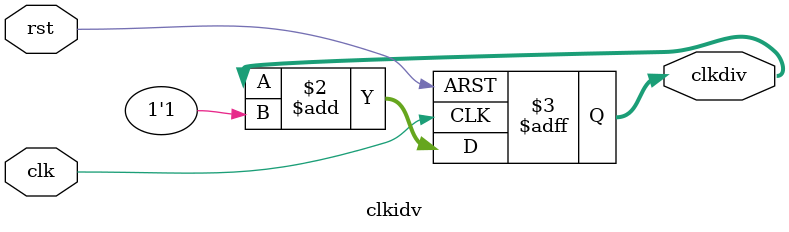
<source format=v>
`timescale 1ns / 1ps
module clkidv(input clk,
				  input rst,
				  output reg[31:0]clkdiv
    );
always @ (posedge clk or posedge rst) begin
	if (rst) clkdiv <= 0;
	else clkdiv <= clkdiv+1'b1;
end

endmodule

</source>
